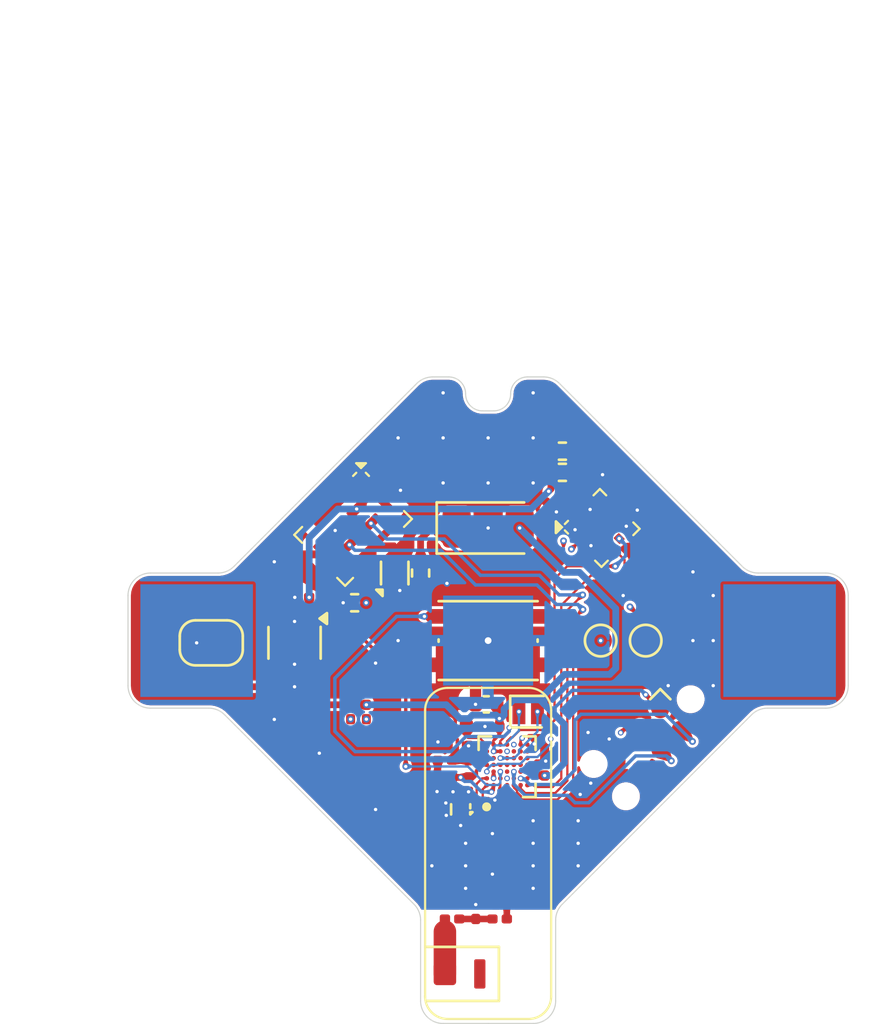
<source format=kicad_pcb>
(kicad_pcb (version 20241129) (generator "pcbnew") (generator_version "8.99")
  (layers (0 "F.Cu" signal) (4 "In1.Cu" signal) (6 "In2.Cu" signal) (2 "B.Cu" signal) (13 "F.Paste" user) (15 "B.Paste" user) (5 "F.SilkS" user "F.Silkscreen") (7 "B.SilkS" user "B.Silkscreen") (1 "F.Mask" user) (3 "B.Mask" user) (25 "Edge.Cuts" user))
  (net 0 "")
  (net 1 "GND")
  (net 2 "Net-(AE1-PCB_Trace)")
  (net 3 "Net-(U1-DECD)")
  (net 4 "Net-(U1-DECA)")
  (net 5 "Net-(C6-Pad1)")
  (net 6 "Net-(C9-Pad1)")
  (net 7 "Net-(U1-DCC)")
  (net 8 "Net-(U1-ANT)")
  (net 14 "/INT1")
  (net 15 "Net-(BT1-+)")
  (net 23 "Net-(U1-XC1)")
  (net 24 "Net-(U1-XC2)")
  (net 25 "/INT2")
  (net 26 "Net-(L18-Pad1)")
  (net 33 "/VDD_LS")
  (net 34 "VDD")
  (net 35 "Net-(J1-SWDIO)")
  (net 36 "Net-(J1-SWCLK)")
  (net 37 "Net-(J1-~{RESET})")
  (net 38 "Net-(U1-P1.00)")
  (net 39 "Net-(D1-K)")
  (net 40 "/SDA")
  (net 41 "/SCL")
  (net 42 "/UART_TX")
  (net 43 "/UART_RX")
  (net 44 "Net-(Q1-D)")
  (net 45 "/LED")
  (net 47 "/PDM_DATA")
  (net 48 "Net-(U3-V_{REG_OUT})")
  (net 49 "Net-(L4-Pad2)")
  (net 51 "/PDM_CLK")
  (net 52 "Net-(JP2-A)")
  (net 53 "/BUTTON0")
  (net 54 "/LSW")
  (net 56 "Net-(JP3-A)")
  (net 57 "/LFCLK1")
  (net 58 "unconnected-(U1-P1.03-PadD5)")
  (footprint "nordic-lib-kicad-nrf54:BGA-47_7x7_2.451x2.245mm" (layer "F.Cu") (at 190.843 60.602 90)
    (property "Reference" "U1" (hide yes))
    (property "Value" "nRF54L15-CAXX")
  )
  (footprint "Capacitor_SMD:C_0201_0603Metric" (layer "F.Cu") (at 190.51 67.36 180)
    (property "Reference" "L6" (hide yes))
    (property "Value" "4.7nH")
  )
  (footprint "Capacitor_SMD:C_0201_0603Metric" (layer "F.Cu") (at 188.43 61.3838 -90)
    (property "Reference" "C12" (hide yes))
    (property "Value" "10nF")
  )
  (footprint "Capacitor_SMD:C_0201_0603Metric" (layer "F.Cu") (at 188.4 67.36 180)
    (property "Reference" "L7" (hide yes))
    (property "Value" "10nH")
  )
  (footprint "Capacitor_SMD:C_0201_0603Metric" (layer "F.Cu") (at 193.26 49.06 -135)
    (property "Reference" "C16" (hide yes))
    (property "Value" "100nF")
  )
  (footprint "Resistor_SMD:R_0402_1005Metric" (layer "F.Cu") (at 193.3 47.53 180)
    (property "Reference" "JP2" (hide yes))
    (property "Value" "Jumper_2_Small_Bridged")
  )
  (footprint "Inductor_SMD:L_0201_0603Metric" (layer "F.Cu") (at 190.83 66.27 -90)
    (property "Reference" "L4" (hide yes))
    (property "Value" "2nH")
  )
  (footprint "Inductor_SMD:L_0402_1005Metric" (layer "F.Cu") (at 188.55 58.8238)
    (property "Reference" "L1" (hide yes))
    (property "Value" "4.7uH")
  )
  (footprint "TestPoint:TestPoint_Pad_D1.0mm" (layer "F.Cu") (at 197 55)
    (property "Reference" "TP2" (hide yes))
    (property "Value" "TestPoint")
  )
  (footprint "Capacitor_SMD:C_0201_0603Metric" (layer "F.Cu") (at 189.13 59.9938 90)
    (property "Reference" "C1" (hide yes))
    (property "Value" "2.2uF")
  )
  (footprint "hlord2000-Oscillator:Oscillator_SMD_SiTime_SiT11100-4Pin_0.46x0.46mm" (layer "F.Cu") (at 188.78 62.4938 90)
    (property "Reference" "Y2" (hide yes))
    (property "Value" "SiT11100")
  )
  (footprint "Capacitor_SMD:C_0402_1005Metric" (layer "F.Cu") (at 189.92 57.83 180)
    (property "Reference" "C10" (hide yes))
    (property "Value" "10uF")
  )
  (footprint "Resistor_SMD:R_0402_1005Metric" (layer "F.Cu") (at 193.3 46.59 180)
    (property "Reference" "JP3" (hide yes))
    (property "Value" "Jumper_2_Small_Bridged")
  )
  (footprint "Capacitor_SMD:C_0201_0603Metric" (layer "F.Cu") (at 196.4 48.98 -45)
    (property "Reference" "C15" (hide yes))
    (property "Value" "0.22uF")
  )
  (footprint "Capacitor_SMD:C_0201_0603Metric" (layer "F.Cu") (at 190.18 58.8138 180)
    (property "Reference" "C11" (hide yes))
    (property "Value" "100nF")
  )
  (footprint "Resistor_SMD:R_0201_0603Metric" (layer "F.Cu") (at 184.59 58.17 -90)
    (property "Reference" "R3" (hide yes))
    (property "Value" "10kR")
  )
  (footprint "hlord2000-RF_Antenna:Ignion_NN02-101" (layer "F.Cu") (at 188.78 69.8 180)
    (property "Reference" "AE1" (hide yes))
    (property "Value" "Antenna_Chip")
  )
  (footprint "Capacitor_SMD:C_0201_0603Metric" (layer "F.Cu") (at 181.73 53.08 180)
    (property "Reference" "C4" (hide yes))
    (property "Value" "100nF")
  )
  (footprint "TestPoint:TestPoint_Pad_D1.0mm" (layer "F.Cu") (at 195 55)
    (property "Reference" "TP1" (hide yes))
    (property "Value" "TestPoint")
  )
  (footprint "hlord2000-Crystal:Crystal_SMD_1210-2Pin_1.2x1.0mm" (layer "F.Cu") (at 191.78 58.15448)
    (property "Reference" "Y1" (hide yes))
    (property "Value" "32.768kHz")
  )
  (footprint "Capacitor_SMD:C_0201_0603Metric" (layer "F.Cu") (at 181.08 57.05)
    (property "Reference" "C3" (hide yes))
    (property "Value" "100nF")
  )
  (footprint "Resistor_SMD:R_0402_1005Metric" (layer "F.Cu") (at 184.07 53.32 180)
    (property "Reference" "R4" (hide yes))
    (property "Value" "1MR")
  )
  (footprint "Capacitor_SMD:C_0201_0603Metric" (layer "F.Cu") (at 187.73 61.3838 -90)
    (property "Reference" "C2" (hide yes))
    (property "Value" "2.2uF")
  )
  (footprint "LED_SMD:LED_1206_3216Metric" (layer "F.Cu") (at 190 50)
    (property "Reference" "D1" (hide yes))
    (property "Value" "APT3216LVBC/D")
  )
  (footprint "Capacitor_SMD:C_0201_0603Metric" (layer "F.Cu") (at 188.08 60.3138)
    (property "Reference" "FB1" (hide yes))
    (property "Value" "100R")
  )
  (footprint "hlord2000-Sensor_Motion:Analog_LGA-12_2.20x2.30mm_P0.5mm" (layer "F.Cu") (at 195 50 45)
    (property "Reference" "U3" (hide yes))
    (property "Value" "ADXL366")
  )
  (footprint "Package_DFN_QFN:Diodes_DFN1006-3" (layer "F.Cu") (at 185.85 52 90)
    (property "Reference" "Q1" (hide yes))
    (property "Value" "Q_NMOS_GSD")
  )
  (footprint "Connector:Tag-Connect_TC2030-IDC-NL_2x03_P1.27mm_Vertical" (layer "F.Cu") (at 197.2 59.4 -135)
    (property "Reference" "J1" (hide yes))
    (property "Value" "Conn_ARM_SWD_TagConnect_TC2030-NL" (hide yes))
  )
  (footprint "Capacitor_SMD:C_0201_0603Metric" (layer "F.Cu") (at 195.36 47.93 135)
    (property "Reference" "C17" (hide yes))
    (property "Value" "100nF")
  )
  (footprint "Capacitor_SMD:C_0201_0603Metric" (layer "F.Cu") (at 192.510842 60.67 90)
    (property "Reference" "C8" (hide yes))
    (property "Value" "100nF")
  )
  (footprint "Inductor_SMD:L_0201_0603Metric" (layer "F.Cu") (at 190.83 62.67 -90)
    (property "Reference" "L2" (hide yes))
    (property "Value" "3.6nH")
  )
  (footprint "Capacitor_SMD:C_0201_0603Metric" (layer "F.Cu") (at 185.88 48.1 -45)
    (property "Reference" "C20" (hide yes))
    (property "Value" "2.2uF")
  )
  (footprint "Capacitor_SMD:C_0201_0603Metric" (layer "F.Cu") (at 189.45 67.04 90)
    (property "Reference" "L18" (hide yes))
    (property "Value" "4.7nH")
  )
  (footprint "Jumper:SolderJumper-2_P1.3mm_Bridged_RoundedPad1.0x1.5mm" (layer "F.Cu") (at 177.699999 55.1)
    (property "Reference" "JP1" (hide yes))
    (property "Value" "Jumper_2_Small_Bridged")
  )
  (footprint "Resistor_SMD:R_0201_0603Metric" (layer "F.Cu") (at 183.89 58.17 -90)
    (property "Reference" "R2" (hide yes))
    (property "Value" "10kR")
  )
  (footprint "Button_Switch_SMD:SW_Push_1P1T_NO_Vertical_Wuerth_434133025816" (layer "F.Cu") (at 190 55)
    (property "Reference" "SW1" (hide yes))
    (property "Value" "SW_Push")
  )
  (footprint "Capacitor_SMD:C_0201_0603Metric" (layer "F.Cu") (at 190.51 63.57 180)
    (property "Reference" "C6" (hide yes))
    (property "Value" "1.2pF")
  )
  (footprint "Capacitor_SMD:C_0201_0603Metric" (layer "F.Cu") (at 190.51 65.37 180)
    (property "Reference" "C9" (hide yes))
    (property "Value" "1.2pF")
  )
  (footprint "Inductor_SMD:L_0201_0603Metric" (layer "F.Cu") (at 190.83 64.47 -90)
    (property "Reference" "L3" (hide yes))
    (property "Value" "4.7nH")
  )
  (footprint "hlord2000-Sensor_Audio:ST_HCLGA-4_3x4mm_P1.35mm" (layer "F.Cu") (at 184 49.952144 -45)
    (property "Reference" "MK1" (hide yes))
    (property "Value" "MP34DT05-A")
  )
  (footprint "Resistor_SMD:R_0402_1005Metric" (layer "F.Cu") (at 187 52 -90)
    (property "Reference" "R1" (hide yes))
    (property "Value" "1kR")
  )
  (footprint "Capacitor_SMD:C_0201_0603Metric" (layer "F.Cu") (at 189.13 61.3938 -90)
    (property "Reference" "C5" (hide yes))
    (property "Value" "3.9pF")
  )
  (footprint "Package_TO_SOT_SMD:SOT-363_SC-70-6" (layer "F.Cu") (at 181.4 55.1 -90)
    (property "Reference" "U2" (hide yes))
    (property "Value" "SiP32432DR3")
  )
  (footprint "Battery:BatteryHolder_Multicomp_BC-2001_1x2032" (layer "B.Cu") (at 190 55 180)
    (property "Reference" "BT1" (hide yes))
    (property "Value" "CR2032")
  )
  (gr_line (start 187.2 58.1) (end 187.2 70.8) (stroke (width 0.1)) (layer "F.SilkS"))
  (gr_arc (start 188.2 71.8) (mid 187.492893 71.507107) (end 187.2 70.8) (stroke (width 0.1)) (layer "F.SilkS"))
  (gr_arc (start 192.8 70.8) (mid 192.507107 71.507107) (end 191.8 71.8) (stroke (width 0.1)) (layer "F.SilkS"))
  (gr_arc (start 191.8 57.1) (mid 192.507107 57.392893) (end 192.8 58.1) (stroke (width 0.1)) (layer "F.SilkS"))
  (gr_line (start 188.2 57.1) (end 191.8 57.1) (stroke (width 0.1)) (layer "F.SilkS"))
  (gr_line (start 192.8 70.8) (end 192.8 58.1) (stroke (width 0.1)) (layer "F.SilkS"))
  (gr_line (start 191.8 71.8) (end 188.2 71.8) (stroke (width 0.1)) (layer "F.SilkS"))
  (gr_arc (start 187.2 58.1) (mid 187.492893 57.392893) (end 188.2 57.1) (stroke (width 0.1)) (layer "F.SilkS"))
  (gr_line (start 175 52) (end 178 52) (stroke (width 0.05)) (layer "Edge.Cuts"))
  (gr_arc (start 188.25 43.292893) (mid 188.780333 43.512562) (end 189 44.042893) (stroke (width 0.05)) (layer "Edge.Cuts"))
  (gr_line (start 174 57) (end 174 53) (stroke (width 0.05)) (layer "Edge.Cuts"))
  (gr_arc (start 193 71) (mid 192.707107 71.707107) (end 192 72) (stroke (width 0.05)) (layer "Edge.Cuts"))
  (gr_arc (start 191 44.042893) (mid 191.21967 43.512563) (end 191.75 43.292893) (stroke (width 0.05)) (layer "Edge.Cuts"))
  (gr_arc (start 205 52) (mid 205.707107 52.292893) (end 206 53) (stroke (width 0.05)) (layer "Edge.Cuts"))
  (gr_arc (start 189.75 44.8) (mid 189.21967 44.58033) (end 189 44.05) (stroke (width 0.05)) (layer "Edge.Cuts"))
  (gr_arc (start 175 58) (mid 174.292893 57.707107) (end 174 57) (stroke (width 0.05)) (layer "Edge.Cuts"))
  (gr_line (start 177.585786 58) (end 175 58) (stroke (width 0.05)) (layer "Edge.Cuts"))
  (gr_arc (start 193 67.414214) (mid 193.07612 67.031531) (end 193.292893 66.707107) (stroke (width 0.05)) (layer "Edge.Cuts"))
  (gr_line (start 193.171572 43.585786) (end 201.292893 51.707107) (stroke (width 0.05)) (layer "Edge.Cuts"))
  (gr_arc (start 174 53) (mid 174.292893 52.292893) (end 175 52) (stroke (width 0.05)) (layer "Edge.Cuts"))
  (gr_line (start 186.707107 66.707107) (end 178.292893 58.292893) (stroke (width 0.05)) (layer "Edge.Cuts"))
  (gr_arc (start 192.464465 43.292893) (mid 192.847156 43.369002) (end 193.171572 43.585786) (stroke (width 0.05)) (layer "Edge.Cuts"))
  (gr_line (start 202.414214 58) (end 205 58) (stroke (width 0.05)) (layer "Edge.Cuts"))
  (gr_line (start 187.535535 43.292893) (end 188.25 43.292893) (stroke (width 0.05)) (layer "Edge.Cuts"))
  (gr_line (start 193 71) (end 193 67.414214) (stroke (width 0.05)) (layer "Edge.Cuts"))
  (gr_line (start 190 72) (end 188 72) (stroke (width 0.05)) (layer "Edge.Cuts"))
  (gr_arc (start 206 57) (mid 205.707107 57.707107) (end 205 58) (stroke (width 0.05)) (layer "Edge.Cuts"))
  (gr_arc (start 202 52) (mid 201.617315 51.923884) (end 201.292893 51.707107) (stroke (width 0.05)) (layer "Edge.Cuts"))
  (gr_line (start 193.292893 66.707107) (end 201.707107 58.292893) (stroke (width 0.05)) (layer "Edge.Cuts"))
  (gr_line (start 206 57) (end 206 53) (stroke (width 0.05)) (layer "Edge.Cuts"))
  (gr_line (start 191 44.042893) (end 191 44.05) (stroke (width 0.05)) (layer "Edge.Cuts"))
  (gr_line (start 191.75 43.292893) (end 192.464465 43.292893) (stroke (width 0.05)) (layer "Edge.Cuts"))
  (gr_line (start 190 72) (end 192 72) (stroke (width 0.05)) (layer "Edge.Cuts"))
  (gr_arc (start 188 72) (mid 187.292893 71.707107) (end 187 71) (stroke (width 0.05)) (layer "Edge.Cuts"))
  (gr_line (start 186.828428 43.585786) (end 178.707107 51.707107) (stroke (width 0.05)) (layer "Edge.Cuts"))
  (gr_arc (start 186.707107 66.707107) (mid 186.923875 67.031531) (end 187 67.414214) (stroke (width 0.05)) (layer "Edge.Cuts"))
  (gr_arc (start 201.707107 58.292893) (mid 202.031531 58.076125) (end 202.414214 58) (stroke (width 0.05)) (layer "Edge.Cuts"))
  (gr_arc (start 191 44.05) (mid 190.78033 44.58033) (end 190.25 44.8) (stroke (width 0.05)) (layer "Edge.Cuts"))
  (gr_line (start 187 71) (end 187 67.414214) (stroke (width 0.05)) (layer "Edge.Cuts"))
  (gr_arc (start 177.585786 58) (mid 177.968469 58.07612) (end 178.292893 58.292893) (stroke (width 0.05)) (layer "Edge.Cuts"))
  (gr_line (start 205 52) (end 202 52) (stroke (width 0.05)) (layer "Edge.Cuts"))
  (gr_line (start 190.25 44.8) (end 189.75 44.8) (stroke (width 0.05)) (layer "Edge.Cuts"))
  (gr_line (start 189 44.042893) (end 189 44.05) (stroke (width 0.05)) (layer "Edge.Cuts"))
  (gr_arc (start 186.828428 43.585786) (mid 187.152854 43.369026) (end 187.535535 43.292893) (stroke (width 0.05)) (layer "Edge.Cuts"))
  (gr_arc (start 178.707107 51.707107) (mid 178.382673 51.923855) (end 178 52) (stroke (width 0.05)) (layer "Edge.Cuts"))
  (segment (start 188.5138 62.76) (end 188.14 62.76) (width 0.1) (layer "F.Cu") (net 1))
  (segment (start 183.55 53.35) (end 183.55 53.33) (width 0.15) (layer "F.Cu") (net 1))
  (segment (start 190.19 62.34) (end 190.19 63.57) (width 0.15) (layer "F.Cu") (net 1))
  (segment (start 192.02 60.47) (end 192.14 60.35) (width 0.15) (layer "F.Cu") (net 1))
  (segment (start 188.655 62.6188) (end 188.5138 62.76) (width 0.1) (layer "F.Cu") (net 1))
  (segment (start 190.509516 61.590484) (end 190.48 61.62) (width 0.1) (layer "F.Cu") (net 1))
  (segment (start 181.4 56.05) (end 181.4 57.05) (width 0.3) (layer "F.Cu") (net 1))
  (segment (start 183.55 53.33) (end 183.56 53.32) (width 0.15) (layer "F.Cu") (net 1))
  (segment (start 190.543 61.1182) (end 190.543 61.486033) (width 0.1) (layer "F.Cu") (net 1))
  (segment (start 190.48 61.9) (end 190.48 61.8) (width 0.1) (layer "F.Cu") (net 1))
  (segment (start 190.509516 61.519516) (end 190.509516 61.590484) (width 0.1) (layer "F.Cu") (net 1))
  (segment (start 188.4962 62.21) (end 188.12 62.21) (width 0.1) (layer "F.Cu") (net 1))
  (segment (start 190.3 62.23) (end 190.19 62.34) (width 0.15) (layer "F.Cu") (net 1))
  (segment (start 188.43 61.7038) (end 188.44 61.7138) (width 0.3) (layer "F.Cu") (net 1))
  (segment (start 186.106274 48.326274) (end 185.892548 48.54) (width 0.1) (layer "F.Cu") (net 1))
  (segment (start 195.852962 59.842962) (end 195.38 59.37) (width 0.15) (layer "F.Cu") (net 1))
  (segment (start 188.655 62.3688) (end 188.4962 62.21) (width 0.1) (layer "F.Cu") (net 1))
  (segment (start 195.852962 59.849013) (end 195.852962 59.842962) (width 0.15) (layer "F.Cu") (net 1))
  (segment (start 189.13 61.7138) (end 188.44 61.7138) (width 0.3) (layer "F.Cu") (net 1))
  (segment (start 189.4238 59.6738) (end 189.6682 59.9182) (width 0.1) (layer "F.Cu") (net 1))
  (segment (start 181.41 53.08) (end 181.41 54.14) (width 0.3) (layer "F.Cu") (net 1))
  (segment (start 191.73 60.53) (end 191.96 60.53) (width 0.1) (layer "F.Cu") (net 1))
  (segment (start 181.41 54.14) (end 181.4 54.15) (width 0.3) (layer "F.Cu") (net 1))
  (segment (start 190.3 62.08) (end 190.3 62.23) (width 0.15) (layer "F.Cu") (net 1))
  (segment (start 187.74 61.7138) (end 187.73 61.7038) (width 0.3) (layer "F.Cu") (net 1))
  (segment (start 191.96 60.53) (end 192.02 60.47) (width 0.1) (layer "F.Cu") (net 1))
  (segment (start 186.075 52.775) (end 186.075 52.35) (width 0.15) (layer "F.Cu") (net 1))
  (segment (start 189.6682 59.9182) (end 189.943 59.9182) (width 0.1) (layer "F.Cu") (net 1))
  (segment (start 188.44 61.7138) (end 187.74 61.7138) (width 0.3) (layer "F.Cu") (net 1))
  (segment (start 190.543 61.486033) (end 190.509516 61.519516) (width 0.1) (layer "F.Cu") (net 1))
  (segment (start 190.48 61.8) (end 190.48 61.62) (width 0.1) (layer "F.Cu") (net 1))
  (segment (start 190.3 62.08) (end 190.48 61.9) (width 0.1) (layer "F.Cu") (net 1))
  (segment (start 190.48 61.549033) (end 190.48 61.8) (width 0.075) (layer "F.Cu") (net 1))
  (segment (start 189.13 59.6738) (end 189.4238 59.6738) (width 0.1) (layer "F.Cu") (net 1))
  (segment (start 185.219759 48.732385) (end 185.412144 48.54) (width 0.1) (layer "F.Cu") (net 1))
  (segment (start 185.892548 48.54) (end 185.412144 48.54) (width 0.1) (layer "F.Cu") (net 1))
  (segment (start 192.14 60.35) (end 192.510842 60.35) (width 0.15) (layer "F.Cu") (net 1))
  (via (at 189 65) (size 0.3) (drill 0.15) (layers "F.Cu" "B.Cu") (net 1))
  (via (at 189.45 66.72) (size 0.3) (drill 0.15) (layers "F.Cu" "B.Cu") (net 1))
  (via (at 189.44 57.83) (size 0.3) (drill 0.15) (layers "F.Cu" "B.Cu") (net 1))
  (via (at 181.4 54.15) (size 0.3) (drill 0.15) (layers "F.Cu" "B.Cu") (net 1))
  (via (at 180.5 58.5) (size 0.3) (drill 0.15) (layers "F.Cu" "B.Cu") (net 1))
  (via (at 187.5 65) (size 0.3) (drill 0.15) (layers "F.Cu" "B.Cu") (net 1))
  (via (at 192 46) (size 0.3) (drill 0.15) (layers "F.Cu" "B.Cu") (net 1))
  (via (at 182.5 60) (size 0.3) (drill 0.15) (layers "F.Cu" "B.Cu") (net 1))
  (via (at 193.861558 50.077782) (size 0.3) (drill 0.15) (layers "F.Cu" "B.Cu") (net 1))
  (via (at 194 65) (size 0.3) (drill 0.15) (layers "F.Cu" "B.Cu") (net 1))
  (via (at 188 44) (size 0.3) (drill 0.15) (layers "F.Cu" "B.Cu") (net 1))
  (via (at 194.09 61.83) (size 0.25) (drill 0.15) (layers "F.Cu" "B.Cu") (net 1))
  (via (at 188 46) (size 0.3) (drill 0.15) (layers "F.Cu" "B.Cu") (net 1))
  (via (at 200 57) (size 0.3) (drill 0.15) (layers "F.Cu" "B.Cu") (net 1))
  (via (at 194.56 61.33) (size 0.25) (drill 0.15) (layers "F.Cu" "B.Cu") (net 1))
  (via (at 186.106274 48.326274) (size 0.25) (drill 0.15) (layers "F.Cu" "B.Cu") (net 1))
  (via (at 199.1 51.95) (size 0.3) (drill 0.15) (layers "F.Cu" "B.Cu") (net 1))
  (via (at 190 46) (size 0.3) (drill 0.15) (layers "F.Cu" "B.Cu") (net 1))
  (via (at 183.204505 50.111243) (size 0.25) (drill 0.15) (layers "F.Cu" "B.Cu") (net 1))
  (via (at 181.4 57.05) (size 0.3) (drill 0.15) (layers "F.Cu" "B.Cu") (net 1))
  (via (at 188.17 52.46) (size 0.3) (drill 0.15) (layers "F.Cu" "B.Cu") (net 1))
  (via (at 192 44) (size 0.3) (drill 0.15) (layers "F.Cu" "B.Cu") (net 1))
  (via (at 193.033726 49.286274) (size 0.3) (drill 0.15) (layers "F.Cu" "B.Cu") (net 1))
  (via (at 186 46) (size 0.3) (drill 0.15) (layers "F.Cu" "B.Cu") (net 1))
  (via (at 188 48) (size 0.3) (drill 0.15) (layers "F.Cu" "B.Cu") (net 1))
  (via (at 189.13 59.6738) (size 0.25) (drill 0.15) (layers "F.Cu" "B.Cu") (net 1))
  (via (at 196.138442 49.922218) (size 0.3) (drill 0.15) (layers "F.Cu" "B.Cu") (net 1))
  (via (at 188.44 61.7138) (size 0.25) (drill 0.15) (layers "F.Cu" "B.Cu") (net 1))
  (via (at 188.14 62.76) (size 0.25) (drill 0.15) (layers "F.Cu" "B.Cu") (net 1))
  (via (at 200 53) (size 0.3) (drill 0.15) (layers "F.Cu" "B.Cu") (net 1))
  (via (at 185 56) (size 0.3) (drill 0.15) (layers "F.Cu" "B.Cu") (net 1))
  (via (at 198 57) (size 0.3) (drill 0.15) (layers "F.Cu" "B.Cu") (net 1))
  (via (at 189.13 61.7138) (size 0.25) (drill 0.15) (layers "F.Cu" "B.Cu") (net 1))
  (via (at 194.44 59.08) (size 0.25) (drill 0.15) (layers "F.Cu" "B.Cu") (net 1))
  (via (at 187.77 59.5) (size 0.25) (drill 0.15) (layers "F.Cu" "B.Cu") (net 1))
  (via (at 192 63) (size 0.3) (drill 0.15) (layers "F.Cu" "B.Cu") (net 1))
  (via (at 181.4 56.05) (size 0.3) (drill 0.15) (layers "F.Cu" "B.Cu") (net 1))
  (via (at 185 62.5) (size 0.3) (drill 0.15) (layers "F.Cu" "B.Cu") (net 1))
  (via (at 188.12 62.21) (size 0.25) (drill 0.15) (layers "F.Cu" "B.Cu") (net 1))
  (via (at 192 65) (size 0.3) (drill 0.15) (layers "F.Cu" "B.Cu") (net 1))
  (via (at 188.78 63.21) (size 0.3) (drill 0.15) (layers "F.Cu" "B.Cu") (net 1))
  (via (at 195.38 59.37) (size 0.25) (drill 0.15) (layers "F.Cu" "B.Cu") (net 1))
  (via (at 180.5 51.5) (size 0.3) (drill 0.15) (layers "F.Cu" "B.Cu") (net 1))
  (via (at 194 64) (size 0.3) (drill 0.15) (layers "F.Cu" "B.Cu") (net 1))
  (via (at 190.3 62.08) (size 0.25) (drill 0.15) (layers "F.Cu" "B.Cu") (net 1))
  (via (at 190.19 65.37) (size 0.3) (drill 0.15) (layers "F.Cu" "B.Cu") (net 1))
  (via (at 196.626274 49.206274) (size 0.3) (drill 0.15) (layers "F.Cu" "B.Cu") (net 1))
  (via (at 183.56 53.32) (size 0.3) (drill 0.15) (layers "F.Cu" "B.Cu") (net 1))
  (via (at 192 66) (size 0.3) (drill 0.15) (layers "F.Cu" "B.Cu") (net 1))
  (via (at 200 55) (size 0.3) (drill 0.15) (layers "F.Cu" "B.Cu") (net 1))
  (via (at 189.86 58.8138) (size 0.25) (drill 0.15) (layers "F.Cu" "B.Cu") (net 1))
  (via (at 190 55) (size 0.6) (drill 0.3) (layers "F.Cu" "B.Cu") (net 1))
  (via (at 192.557697 60.35) (size 0.25) (drill 0.15) (layers "F.Cu" "B.Cu") (net 1))
  (via (at 192.05 59.59) (size 0.25) (drill 0.15) (layers "F.Cu" "B.Cu") (net 1))
  (via (at 190 48) (size 0.3) (drill 0.15) (layers "F.Cu" "B.Cu") (net 1))
  (via (at 186 55) (size 0.3) (drill 0.15) (layers "F.Cu" "B.Cu") (net 1))
  (via (at 194.568665 50.784889) (size 0.3) (drill 0.15) (layers "F.Cu" "B.Cu") (net 1))
  (via (at 189 64) (size 0.3) (drill 0.15) (layers "F.Cu" "B.Cu") (net 1))
  (via (at 192 64) (size 0.3) (drill 0.15) (layers "F.Cu" "B.Cu") (net 1))
  (via (at 186.075 52.775) (size 0.3) (drill 0.15) (layers "F.Cu" "B.Cu") (net 1))
  (via (at 196 53) (size 0.3) (drill 0.15) (layers "F.Cu" "B.Cu") (net 1))
  (via (at 189 66) (size 0.3) (drill 0.15) (layers "F.Cu" "B.Cu") (net 1))
  (via (at 181.41 53.08) (size 0.3) (drill 0.15) (layers "F.Cu" "B.Cu") (net 1))
  (via (at 192 48) (size 0.3) (drill 0.15) (layers "F.Cu" "B.Cu") (net 1))
  (via (at 194.530198 49.176645) (size 0.3) (drill 0.15) (layers "F.Cu" "B.Cu") (net 1))
  (via (at 194 63) (size 0.3) (drill 0.15) (layers "F.Cu" "B.Cu") (net 1))
  (via (at 195.083726 47.633726) (size 0.3) (drill 0.15) (layers "F.Cu" "B.Cu") (net 1))
  (via (at 187.73 61.7038) (size 0.25) (drill 0.15) (layers "F.Cu" "B.Cu") (net 1))
  (via (at 190.19 63.57) (size 0.3) (drill 0.15) (layers "F.Cu" "B.Cu") (net 1))
  (via (at 190 50) (size 0.3) (drill 0.15) (layers "F.Cu" "B.Cu") (net 1))
  (via (at 199.1 55) (size 0.3) (drill 0.15) (layers "F.Cu" "B.Cu") (net 1))
  (segment (start 188.08 69.8) (end 188.08 67.92) (width 1) (layer "F.Cu") (net 2))
  (segment (start 188.63 59.84) (end 188.63 59.39) (width 0.15) (layer "F.Cu") (net 3))
  (segment (start 188.16 59.27) (end 188.065 59.175) (width 0.15) (layer "F.Cu") (net 3))
  (segment (start 188.065 59.175) (end 188.065 58.8238) (width 0.15) (layer "F.Cu") (net 3))
  (segment (start 188.4 60.3138) (end 188.4 60.07) (width 0.15) (layer "F.Cu") (net 3))
  (segment (start 189.4662 60.3138) (end 189.51 60.27) (width 0.15) (layer "F.Cu") (net 3))
  (segment (start 188.4 60.07) (end 188.63 59.84) (width 0.15) (layer "F.Cu") (net 3))
  (segment (start 189.13 60.3138) (end 189.4662 60.3138) (width 0.15) (layer "F.Cu") (net 3))
  (segment (start 188.63 59.39) (end 188.51 59.27) (width 0.15) (layer "F.Cu") (net 3))
  (segment (start 188.51 59.27) (end 188.16 59.27) (width 0.15) (layer "F.Cu") (net 3))
  (segment (start 189.55 60.23) (end 189.93 60.23) (width 0.1) (layer "F.Cu") (net 3))
  (segment (start 189.51 60.27) (end 189.55 60.23) (width 0.1) (layer "F.Cu") (net 3))
  (segment (start 188.4 60.3138) (end 189.13 60.3138) (width 0.3) (layer "F.Cu") (net 3))
  (segment (start 189.13 61.0738) (end 189.3762 61.0738) (width 0.15) (layer "F.Cu") (net 4))
  (segment (start 189.48 60.78) (end 189.7418 60.5182) (width 0.15) (layer "F.Cu") (net 4))
  (segment (start 189.7418 60.5182) (end 189.943 60.5182) (width 0.15) (layer "F.Cu") (net 4))
  (segment (start 190.23 61.64) (end 190.15 61.72) (width 0.15) (layer "F.Cu") (net 4))
  (segment (start 187.76 61.0338) (end 187.73 61.0638) (width 0.3) (layer "F.Cu") (net 4))
  (segment (start 187.76 60.3138) (end 187.76 61.0338) (width 0.3) (layer "F.Cu") (net 4))
  (segment (start 190.23 61.43) (end 190.23 61.64) (width 0.15) (layer "F.Cu") (net 4))
  (segment (start 189.48 60.97) (end 189.48 60.78) (width 0.15) (layer "F.Cu") (net 4))
  (segment (start 189.3762 61.0738) (end 189.48 60.97) (width 0.15) (layer "F.Cu") (net 4))
  (segment (start 188.78 61.0738) (end 187.74 61.0738) (width 0.3) (layer "F.Cu") (net 4))
  (segment (start 187.74 61.0738) (end 187.73 61.0638) (width 0.3) (layer "F.Cu") (net 4))
  (segment (start 189.13 61.0738) (end 188.78 61.0738) (width 0.3) (layer "F.Cu") (net 4))
  (via (at 190.15 61.72) (size 0.25) (drill 0.15) (layers "F.Cu" "B.Cu") (net 4))
  (via (at 188.78 61.0738) (size 0.25) (drill 0.15) (layers "F.Cu" "B.Cu") (net 4))
  (segment (start 188.9562 61.25) (end 188.78 61.0738) (width 0.15) (layer "B.Cu") (net 4))
  (segment (start 190.15 61.72) (end 189.71 61.72) (width 0.15) (layer "B.Cu") (net 4))
  (segment (start 189.24 61.25) (end 188.9562 61.25) (width 0.15) (layer "B.Cu") (net 4))
  (segment (start 189.71 61.72) (end 189.24 61.25) (width 0.15) (layer "B.Cu") (net 4))
  (segment (start 190.83 62.99) (end 190.83 64.15) (width 0.292621) (layer "F.Cu") (net 5))
  (segment (start 190.83 64.79) (end 190.83 65.95) (width 0.292621) (layer "F.Cu") (net 6))
  (segment (start 189.12 59.3) (end 189.035 59.215) (width 0.15) (layer "F.Cu") (net 7))
  (segment (start 189.93 59.63) (end 189.6 59.3) (width 0.1) (layer "F.Cu") (net 7))
  (segment (start 189.6 59.3) (end 189.57 59.3) (width 0.1) (layer "F.Cu") (net 7))
  (segment (start 189.57 59.3) (end 189.12 59.3) (width 0.15) (layer "F.Cu") (net 7))
  (segment (start 189.035 59.215) (end 189.035 58.8238) (width 0.15) (layer "F.Cu") (net 7))
  (segment (start 190.83 61.433) (end 190.843 61.433) (width 0.1) (layer "F.Cu") (net 8))
  (segment (start 190.83 61.64) (end 190.831636 61.638364) (width 0.292621) (layer "F.Cu") (net 8))
  (segment (start 190.83 62.35) (end 190.83 61.64) (width 0.292621) (layer "F.Cu") (net 8))
  (segment (start 190.83 61.64) (end 190.83 61.433) (width 0.1) (layer "F.Cu") (net 8))
  (segment (start 194.57 52.11) (end 195.92 52.11) (width 0.1) (layer "F.Cu") (net 14))
  (segment (start 196.06 51.413553) (end 195.469802 50.823355) (width 0.1) (layer "F.Cu") (net 14))
  (segment (start 191.743 61.4182) (end 192.0182 61.4182) (width 0.1) (layer "F.Cu") (net 14))
  (segment (start 195.92 52.11) (end 196.06 51.97) (width 0.1) (layer "F.Cu") (net 14))
  (segment (start 192.0182 61.4182) (end 192.1 61.5) (width 0.1) (layer "F.Cu") (net 14))
  (segment (start 193.25 61.12) (end 193.25 53.43) (width 0.1) (layer "F.Cu") (net 14))
  (segment (start 192.87 61.5) (end 193.25 61.12) (width 0.1) (layer "F.Cu") (net 14))
  (segment (start 196.06 51.97) (end 196.06 51.413553) (width 0.1) (layer "F.Cu") (net 14))
  (segment (start 193.25 53.43) (end 194.57 52.11) (width 0.1) (layer "F.Cu") (net 14))
  (segment (start 192.1 61.5) (end 192.87 61.5) (width 0.1) (layer "F.Cu") (net 14))
  (via (at 177.05 55.1) (size 0.3) (drill 0.15) (layers "F.Cu" "B.Cu") (net 15))
  (segment (start 188.905 62.6188) (end 188.9088 62.6188) (width 0.1) (layer "F.Cu") (net 23))
  (segment (start 189.76 61.6012) (end 189.943 61.4182) (width 0.1) (layer "F.Cu") (net 23))
  (segment (start 188.9088 62.6188) (end 189.1 62.81) (width 0.1) (layer "F.Cu") (net 23))
  (segment (start 189.1 62.81) (end 189.4 62.81) (width 0.1) (layer "F.Cu") (net 23))
  (segment (start 189.76 62.45) (end 189.76 61.6012) (width 0.1) (layer "F.Cu") (net 23))
  (segment (start 189.4 62.81) (end 189.76 62.45) (width 0.1) (layer "F.Cu") (net 23))
  (segment (start 189.31 62.15) (end 189.1238 62.15) (width 0.1) (layer "F.Cu") (net 24))
  (segment (start 189.49 61.97) (end 189.31 62.15) (width 0.1) (layer "F.Cu") (net 24))
  (segment (start 189.943 61.1182) (end 189.7318 61.1182) (width 0.1) (layer "F.Cu") (net 24))
  (segment (start 189.1238 62.15) (end 188.905 62.3688) (width 0.1) (layer "F.Cu") (net 24))
  (segment (start 189.49 61.36) (end 189.49 61.97) (width 0.1) (layer "F.Cu") (net 24))
  (segment (start 189.7318 61.1182) (end 189.49 61.36) (width 0.1) (layer "F.Cu") (net 24))
  (segment (start 191.41 58.97) (end 192.52 58.97) (width 0.1) (layer "F.Cu") (net 25))
  (segment (start 192.95 58.54) (end 192.95 52.26) (width 0.1) (layer "F.Cu") (net 25))
  (segment (start 192.52 58.97) (end 192.95 58.54) (width 0.1) (layer "F.Cu") (net 25))
  (segment (start 190.843 59.467) (end 191.00939 59.30061) (width 0.1) (layer "F.Cu") (net 25))
  (segment (start 193.51 51.7) (end 195.65 51.7) (width 0.1) (layer "F.Cu") (net 25))
  (segment (start 190.843 59.6182) (end 190.843 59.467) (width 0.1) (layer "F.Cu") (net 25))
  (segment (start 191.00939 59.30061) (end 191.07939 59.30061) (width 0.1) (layer "F.Cu") (net 25))
  (segment (start 191.07939 59.30061) (end 191.41 58.97) (width 0.1) (layer "F.Cu") (net 25))
  (segment (start 192.95 52.26) (end 193.51 51.7) (width 0.1) (layer "F.Cu") (net 25))
  (via (at 195.65 51.7) (size 0.3) (drill 0.15) (layers "F.Cu" "B.Cu") (net 25))
  (via (at 195.823355 50.469802) (size 0.3) (drill 0.15) (layers "F.Cu" "B.Cu") (net 25))
  (segment (start 196.11 51.24) (end 195.65 51.7) (width 0.15) (layer "B.Cu") (net 25))
  (segment (start 196.11 50.92) (end 196.11 51.24) (width 0.15) (layer "B.Cu") (net 25))
  (segment (start 195.823355 50.469802) (end 196.11 50.756447) (width 0.15) (layer "B.Cu") (net 25))
  (segment (start 196.11 50.756447) (end 196.11 50.92) (width 0.15) (layer "B.Cu") (net 25))
  (segment (start 190.19 67.36) (end 188.72 67.36) (width 0.292621) (layer "F.Cu") (net 26))
  (segment (start 184.56 48.755748) (end 184.159099 49.156649) (width 0.3) (layer "F.Cu") (net 33))
  (segment (start 184.41 48) (end 184.41 48.454088) (width 0.3) (layer "F.Cu") (net 33))
  (segment (start 184.56 48.604088) (end 184.56 48.755748) (width 0.3) (layer "F.Cu") (net 33))
  (segment (start 184.82 47.59) (end 184.41 48) (width 0.3) (layer "F.Cu") (net 33))
  (segment (start 185.37 47.59) (end 184.82 47.59) (width 0.3) (layer "F.Cu") (net 33))
  (segment (start 192.79 46.59) (end 192.79 48.27) (width 0.3) (layer "F.Cu") (net 33))
  (segment (start 182.05 53.08) (end 182.05 54.15) (width 0.3) (layer "F.Cu") (net 33))
  (segment (start 192.79 48.27) (end 192.69 48.37) (width 0.3) (layer "F.Cu") (net 33))
  (segment (start 185.653726 47.873726) (end 185.37 47.59) (width 0.3) (layer "F.Cu") (net 33))
  (segment (start 184.41 48.454088) (end 184.56 48.604088) (width 0.3) (layer "F.Cu") (net 33))
  (via (at 182.05 53.08) (size 0.3) (drill 0.15) (layers "F.Cu" "B.Cu") (net 33))
  (via (at 192.69 48.37) (size 0.3) (drill 0.15) (layers "F.Cu" "B.Cu") (net 33))
  (via (at 184.159099 49.156649) (size 0.3) (drill 0.15) (layers "F.Cu" "B.Cu") (net 33))
  (segment (start 182.05 53.08) (end 182.05 50.43) (width 0.3) (layer "B.Cu") (net 33))
  (segment (start 192.69 48.37) (end 191.903351 49.156649) (width 0.3) (layer "B.Cu") (net 33))
  (segment (start 191.903351 49.156649) (end 184.159099 49.156649) (width 0.3) (layer "B.Cu") (net 33))
  (segment (start 183.323351 49.156649) (end 184.159099 49.156649) (width 0.3) (layer "B.Cu") (net 33))
  (segment (start 182.05 50.43) (end 183.323351 49.156649) (width 0.3) (layer "B.Cu") (net 33))
  (segment (start 178.349998 56.519998) (end 178.349998 55.1) (width 0.3) (layer "F.Cu") (net 34))
  (segment (start 180.76 56.06) (end 180.75 56.05) (width 0.3) (layer "F.Cu") (net 34))
  (segment (start 181.17 57.85) (end 184.59 57.85) (width 0.3) (layer "F.Cu") (net 34))
  (segment (start 190.23 59.44) (end 190.28 59.39) (width 0.1) (layer "F.Cu") (net 34))
  (segment (start 190.23 59.63) (end 190.23 59.44) (width 0.1) (layer "F.Cu") (net 34))
  (segment (start 180.76 57.44) (end 181.17 57.85) (width 0.3) (layer "F.Cu") (net 34))
  (segment (start 197.649013 58.052962) (end 197.649013 58.049013) (width 0.15) (layer "F.Cu") (net 34))
  (segment (start 180.76 57.05) (end 180.76 57.44) (width 0.3) (layer "F.Cu") (net 34))
  (segment (start 190.5 58.33) (end 190.4 58.23) (width 0.3) (layer "F.Cu") (net 34))
  (segment (start 190.28 59.39) (end 190.5 59.17) (width 0.15) (layer "F.Cu") (net 34))
  (segment (start 191.92 60.83) (end 191.97 60.88) (width 0.1) (layer "F.Cu") (net 34))
  (segment (start 190.4 58.23) (end 190.4 57.83) (width 0.3) (layer "F.Cu") (net 34))
  (segment (start 180.76 57.05) (end 180.76 56.06) (width 0.3) (layer "F.Cu") (net 34))
  (segment (start 190.5 58.46) (end 190.5 58.33) (width 0.3) (layer "F.Cu") (net 34))
  (segment (start 191.73 60.83) (end 191.92 60.83) (width 0.1) (layer "F.Cu") (net 34))
  (segment (start 190.5 59.17) (end 190.5 58.8138) (width 0.15) (layer "F.Cu") (net 34))
  (segment (start 191.97 60.88) (end 192.08 60.99) (width 0.15) (layer "F.Cu") (net 34))
  (segment (start 180.76 57.05) (end 178.88 57.05) (width 0.3) (layer "F.Cu") (net 34))
  (segment (start 190.5 58.46) (end 190.5 58.8138) (width 0.3) (layer "F.Cu") (net 34))
  (segment (start 178.88 57.05) (end 178.349998 56.519998) (width 0.3) (layer "F.Cu") (net 34))
  (segment (start 192.08 60.99) (end 192.510842 60.99) (width 0.15) (layer "F.Cu") (net 34))
  (segment (start 197.649013 58.049013) (end 197 57.4) (width 0.15) (layer "F.Cu") (net 34))
  (via (at 190.5 58.46) (size 0.3) (drill 0.15) (layers "F.Cu" "B.Cu") (net 34))
  (via (at 197 57.4) (size 0.25) (drill 0.15) (layers "F.Cu" "B.Cu") (net 34))
  (via (at 184.59 57.85) (size 0.3) (drill 0.15) (layers "F.Cu" "B.Cu") (net 34))
  (via (at 192.510842 60.99) (size 0.3) (drill 0.15) (layers "F.Cu" "B.Cu") (net 34))
  (via (at 191.4 50) (size 0.3) (drill 0.15) (layers "F.Cu" "B.Cu") (net 34))
  (segment (start 197 57.4) (end 196.81 57.21) (width 0.15) (layer "B.Cu") (net 34))
  (segment (start 192.665 57.995) (end 192.805 58.135) (width 0.3) (layer "B.Cu") (net 34))
  (segment (start 194.06 51.97) (end 193.37 51.97) (width 0.3) (layer "B.Cu") (net 34))
  (segment (start 190.55 58.46) (end 190.71 58.3) (width 0.3) (layer "B.Cu") (net 34))
  (segment (start 188.14 57.85) (end 188.75 58.46) (width 0.3) (layer "B.Cu") (net 34))
  (segment (start 184.59 57.85) (end 188.14 57.85) (width 0.3) (layer "B.Cu") (net 34))
  (segment (start 192.27 57.63) (end 191.96 57.63) (width 0.3) (layer "B.Cu") (net 34))
  (segment (start 191.12 57.63) (end 191.96 57.63) (width 0.3) (layer "B.Cu") (net 34))
  (segment (start 192.975 57.965) (end 192.975 58.305) (width 0.15) (layer "B.Cu") (net 34))
  (segment (start 195.67 56.23) (end 195.67 53.58) (width 0.3) (layer "B.Cu") (net 34))
  (segment (start 193.37 51.97) (end 191.4 50) (width 0.3) (layer "B.Cu") (net 34))
  (segment (start 192.55 57.35) (end 192.495 57.405) (width 0.3) (layer "B.Cu") (net 34))
  (segment (start 193.39 60.43) (end 192.83 60.99) (width 0.3) (layer "B.Cu") (net 34))
  (segment (start 192.495 57.765) (end 192.465 57.795) (width 0.3) (layer "B.Cu") (net 34))
  (segment (start 192.275 57.625) (end 192.4 57.5) (width 0.3) (layer "B.Cu") (net 34))
  (segment (start 192.98 58.31) (end 193.39 58.72) (width 0.3) (layer "B.Cu") (net 34))
  (segment (start 193.39 58.72) (end 193.39 60.43) (width 0.3) (layer "B.Cu") (net 34))
  (segment (start 190.5 58.46) (end 190.55 58.46) (width 0.3) (layer "B.Cu") (net 34))
  (segment (start 190.71 58.3) (end 190.63 58.38) (width 0.3) (layer "B.Cu") (net 34))
  (segment (start 192.665 57.995) (end 192.465 57.795) (width 0.3) (layer "B.Cu") (net 34))
  (segment (start 195.67 53.58) (end 194.06 51.97) (width 0.3) (layer "B.Cu") (net 34))
  (segment (start 192.3 57.63) (end 192.27 57.63) (width 0.3) (layer "B.Cu") (net 34))
  (segment (start 189.3 58.31) (end 190.35 58.31) (width 0.3) (layer "B.Cu") (net 34))
  (segment (start 192.4 57.5) (end 192.55 57.35) (width 0.3) (layer "B.Cu") (net 34))
  (segment (start 189.15 58.46) (end 189.3 58.31) (width 0.3) (layer "B.Cu") (net 34))
  (segment (start 192.275 57.625) (end 192.27 57.63) (width 0.3) (layer "B.Cu") (net 34))
  (segment (start 190.42 58.38) (end 190.35 58.31) (width 0.3) (layer "B.Cu") (net 34))
  (segment (start 190.71 58.04) (end 191.12 57.63) (width 0.3) (layer "B.Cu") (net 34))
  (segment (start 193.73 57.21) (end 192.975 57.965) (width 0.15) (layer "B.Cu") (net 34))
  (segment (start 192.975 58.305) (end 192.98 58.31) (width 0.15) (layer "B.Cu") (net 34))
  (segment (start 192.945 57.995) (end 192.665 57.995) (width 0.15) (layer "B.Cu") (net 34))
  (segment (start 196.81 57.21) (end 193.73 57.21) (width 0.15) (layer "B.Cu") (net 34))
  (segment (start 192.975 57.965) (end 192.805 58.135) (width 0.15) (layer "B.Cu") (net 34))
  (segment (start 190.63 58.38) (end 190.42 58.38) (width 0.3) (layer "B.Cu") (net 34))
  (segment (start 190.35 58.31) (end 190.5 58.46) (width 0.3) (layer "B.Cu") (net 34))
  (segment (start 192.975 57.965) (end 192.945 57.995) (width 0.15) (layer "B.Cu") (net 34))
  (segment (start 190.71 58.3) (end 190.71 58.04) (width 0.3) (layer "B.Cu") (net 34))
  (segment (start 188.75 58.46) (end 189.15 58.46) (width 0.3) (layer "B.Cu") (net 34))
  (segment (start 192.805 58.135) (end 192.98 58.31) (width 0.3) (layer "B.Cu") (net 34))
  (segment (start 195.4 56.5) (end 195.67 56.23) (width 0.3) (layer "B.Cu") (net 34))
  (segment (start 192.55 57.35) (end 193.4 56.5) (width 0.3) (layer "B.Cu") (net 34))
  (segment (start 192.465 57.795) (end 192.3 57.63) (width 0.3) (layer "B.Cu") (net 34))
  (segment (start 192.83 60.99) (end 192.550664 60.99) (width 0.3) (layer "B.Cu") (net 34))
  (segment (start 192.495 57.405) (end 192.495 57.765) (width 0.3) (layer "B.Cu") (net 34))
  (segment (start 193.4 56.5) (end 195.4 56.5) (width 0.3) (layer "B.Cu") (net 34))
  (segment (start 198.547038 58.950987) (end 198.550987 58.950987) (width 0.15) (layer "F.Cu") (net 35))
  (segment (start 198.550987 58.950987) (end 199.08 59.48) (width 0.15) (layer "F.Cu") (net 35))
  (via (at 191.443 61.1182) (size 0.25) (drill 0.15) (layers "F.Cu" "B.Cu") (net 35))
  (via (at 199.08 59.48) (size 0.3) (drill 0.15) (layers "F.Cu" "B.Cu") (net 35))
  (segment (start 191.4548 61.13) (end 191.59 61.13) (width 0.15) (layer "B.Cu") (net 35))
  (segment (start 191.85 61.39) (end 193.21 61.39) (width 0.15) (layer "B.Cu") (net 35))
  (segment (start 191.59 61.13) (end 191.85 61.39) (width 0.15) (layer "B.Cu") (net 35))
  (segment (start 193.21 61.39) (end 193.86 60.74) (width 0.15) (layer "B.Cu") (net 35))
  (segment (start 193.86 60.74) (end 193.86 58.534597) (width 0.15) (layer "B.Cu") (net 35))
  (segment (start 193.86 58.534597) (end 194.124597 58.27) (width 0.15) (layer "B.Cu") (net 35))
  (segment (start 194.124597 58.27) (end 197.87 58.27) (width 0.15) (layer "B.Cu") (net 35))
  (segment (start 197.87 58.27) (end 199.08 59.48) (width 0.15) (layer "B.Cu") (net 35))
  (segment (start 191.443 61.1182) (end 191.4548 61.13) (width 0.15) (layer "B.Cu") (net 35))
  (segment (start 197.649013 59.849013) (end 198.14 60.34) (width 0.15) (layer "F.Cu") (net 36))
  (via (at 198.14 60.34) (size 0.3) (drill 0.15) (layers "F.Cu" "B.Cu") (net 36))
  (via (at 191.143 60.8182) (size 0.25) (drill 0.15) (layers "F.Cu" "B.Cu") (net 36))
  (segment (start 193.53 61.87) (end 193.86 62.2) (width 0.15) (layer "B.Cu") (net 36))
  (segment (start 191.14 60.8212) (end 191.14 61.37) (width 0.15) (layer "B.Cu") (net 36))
  (segment (start 194.47 62.2) (end 196.55 60.12) (width 0.15) (layer "B.Cu") (net 36))
  (segment (start 191.64 61.87) (end 193.53 61.87) (width 0.15) (layer "B.Cu") (net 36))
  (segment (start 197.92 60.12) (end 198.14 60.34) (width 0.15) (layer "B.Cu") (net 36))
  (segment (start 191.143 60.8182) (end 191.14 60.8212) (width 0.15) (layer "B.Cu") (net 36))
  (segment (start 196.55 60.12) (end 197.92 60.12) (width 0.15) (layer "B.Cu") (net 36))
  (segment (start 191.14 61.37) (end 191.64 61.87) (width 0.15) (layer "B.Cu") (net 36))
  (segment (start 193.86 62.2) (end 194.47 62.2) (width 0.15) (layer "B.Cu") (net 36))
  (segment (start 195.89 59.09) (end 196.13 58.85) (width 0.15) (layer "F.Cu") (net 37))
  (segment (start 190.83 61.13) (end 190.8312 61.13) (width 0.15) (layer "F.Cu") (net 37))
  (segment (start 196.13 58.85) (end 196.65 58.85) (width 0.15) (layer "F.Cu") (net 37))
  (segment (start 190.8312 61.13) (end 190.843 61.1182) (width 0.15) (layer "F.Cu") (net 37))
  (segment (start 196.65 58.85) (end 196.750987 58.950987) (width 0.15) (layer "F.Cu") (net 37))
  (via (at 195.89 59.09) (size 0.25) (drill 0.15) (layers "F.Cu" "B.Cu") (net 37))
  (via (at 190.843 61.1182) (size 0.25) (drill 0.15) (layers "F.Cu" "B.Cu") (net 37))
  (segment (start 190.54215 60.23) (end 190.53 60.23) (width 0.1) (layer "F.Cu") (net 38))
  (segment (start 190.542873 60.219001) (end 190.542873 60.229277) (width 0.1) (layer "F.Cu") (net 38))
  (segment (start 190.542873 60.229277) (end 190.54215 60.23) (width 0.1) (layer "F.Cu") (net 38))
  (via (at 192.1925 58.15448) (size 0.25) (drill 0.15) (layers "F.Cu" "B.Cu") (net 38))
  (via (at 190.542873 60.219001) (size 0.25) (drill 0.15) (layers "F.Cu" "B.Cu") (net 38))
  (segment (start 192.1925 59.0375) (end 191.37 59.86) (width 0.1) (layer "B.Cu") (net 38))
  (segment (start 191.37 60.01) (end 191.160999 60.219001) (width 0.1) (layer "B.Cu") (net 38))
  (segment (start 191.37 59.86) (end 191.37 60.01) (width 0.1) (layer "B.Cu") (net 38))
  (segment (start 191.160999 60.219001) (end 190.542873 60.219001) (width 0.1) (layer "B.Cu") (net 38))
  (segment (start 192.1925 58.15448) (end 192.1925 59.0375) (width 0.1) (layer "B.Cu") (net 38))
  (segment (start 187.5 50) (end 188.6 50) (width 0.3) (layer "F.Cu") (net 39))
  (segment (start 187 51.49) (end 187 50.5) (width 0.3) (layer "F.Cu") (net 39))
  (segment (start 187 50.5) (end 187.5 50) (width 0.3) (layer "F.Cu") (net 39))
  (segment (start 193.7 50.94) (end 193.706446 50.94) (width 0.1) (layer "F.Cu") (net 40))
  (segment (start 190.83 59.929969) (end 190.83 59.93) (width 0.1) (layer "F.Cu") (net 40))
  (segment (start 193.706446 50.94) (end 194.215111 50.431335) (width 0.1) (layer "F.Cu") (net 40))
  (segment (start 190.841769 59.9182) (end 190.83 59.929969) (width 0.1) (layer "F.Cu") (net 40))
  (via (at 193.7 50.94) (size 0.3) (drill 0.15) (layers "F.Cu" "B.Cu") (net 40))
  (via (at 183.89 58.49) (size 0.3) (drill 0.15) (layers "F.Cu" "B.Cu") (net 40))
  (via (at 190.843 59.9182) (size 0.25) (drill 0.15) (layers "F.Cu" "B.Cu") (net 40))
  (segment (start 193.35 50.57) (end 193.35 51.1) (width 0.1) (layer "F.Cu") (net 41))
  (segment (start 191.4312 59.63) (end 191.43 59.63) (width 0.075) (layer "F.Cu") (net 41))
  (segment (start 194.69066 51.37) (end 194.922218 51.138442) (width 0.1) (layer "F.Cu") (net 41))
  (segment (start 193.35 51.1) (end 193.62 51.37) (width 0.1) (layer "F.Cu") (net 41))
  (segment (start 191.443 59.6182) (end 191.443 59.397) (width 0.1) (layer "F.Cu") (net 41))
  (segment (start 191.443 59.6182) (end 191.4312 59.63) (width 0.075) (layer "F.Cu") (net 41))
  (segment (start 193.62 51.37) (end 194.69066 51.37) (width 0.1) (layer "F.Cu") (net 41))
  (segment (start 191.443 59.397) (end 191.51 59.33) (width 0.1) (layer "F.Cu") (net 41))
  (via (at 191.51 59.33) (size 0.25) (drill 0.15) (layers "F.Cu" "B.Cu") (net 41))
  (via (at 184.59 58.49) (size 0.3) (drill 0.15) (layers "F.Cu" "B.Cu") (net 41))
  (via (at 193.35 50.57) (size 0.3) (drill 0.15) (layers "F.Cu" "B.Cu") (net 41))
  (via (at 191.142197 59.6182) (size 0.25) (drill 0.15) (layers "F.Cu" "B.Cu") (net 42))
  (via (at 195 55) (size 0.3) (drill 0.15) (layers "F.Cu" "B.Cu") (net 42))
  (segment (start 197 54.2) (end 197 55) (width 0.15) (layer "F.Cu") (net 43))
  (segment (start 196.3 53.5) (end 197 54.2) (width 0.15) (layer "F.Cu") (net 43))
  (via (at 196.3 53.5) (size 0.3) (drill 0.15) (layers "F.Cu" "B.Cu") (net 43))
  (via (at 192.78 59.37) (size 0.25) (drill 0.15) (layers "F.Cu" "B.Cu") (net 43))
  (via (at 189.943 60.8182) (size 0.25) (drill 0.15) (layers "F.Cu" "B.Cu") (net 43))
  (segment (start 191.427999 60.472001) (end 191.73 60.17) (width 0.1) (layer "B.Cu") (net 43))
  (segment (start 190.39 60.52) (end 190.438038 60.471962) (width 0.1) (layer "B.Cu") (net 43))
  (segment (start 189.943 60.727) (end 190.12 60.55) (width 0.1) (layer "B.Cu") (net 43))
  (segment (start 192.19 60.17) (end 192.78 59.58) (width 0.1) (layer "B.Cu") (net 43))
  (segment (start 192.78 59.58) (end 192.78 59.37) (width 0.1) (layer "B.Cu") (net 43))
  (segment (start 190.12 60.55) (end 190.08 60.59) (width 0.1) (layer "B.Cu") (net 43))
  (segment (start 190.438076 60.472001) (end 191.427999 60.472001) (width 0.1) (layer "B.Cu") (net 43))
  (segment (start 190.438038 60.471962) (end 190.438076 60.472001) (width 0.1) (layer "B.Cu") (net 43))
  (segment (start 189.943 60.8182) (end 189.943 60.727) (width 0.1) (layer "B.Cu") (net 43))
  (segment (start 191.73 60.17) (end 192.19 60.17) (width 0.1) (layer "B.Cu") (net 43))
  (segment (start 190.15 60.52) (end 190.39 60.52) (width 0.1) (layer "B.Cu") (net 43))
  (segment (start 190.08 60.59) (end 190.15 60.52) (width 0.1) (layer "B.Cu") (net 43))
  (segment (start 186.4 52.4) (end 186.51 52.51) (width 0.15) (layer "F.Cu") (net 44))
  (segment (start 186.4 51.75) (end 186.4 52.4) (width 0.15) (layer "F.Cu") (net 44))
  (segment (start 186.51 52.51) (end 187 52.51) (width 0.15) (layer "F.Cu") (net 44))
  (segment (start 185.85 51.65) (end 186.3 51.65) (width 0.15) (layer "F.Cu") (net 44))
  (segment (start 186.3 51.65) (end 186.4 51.75) (width 0.15) (layer "F.Cu") (net 44))
  (segment (start 184.58 53.32) (end 185.23 53.32) (width 0.15) (layer "F.Cu") (net 45))
  (segment (start 185.23 53.32) (end 185.625 52.925) (width 0.15) (layer "F.Cu") (net 45))
  (segment (start 190.243 61.115755) (end 190.242317 61.116438) (width 0.15) (layer "F.Cu") (net 45))
  (segment (start 185.625 52.925) (end 185.625 52.35) (width 0.15) (layer "F.Cu") (net 45))
  (segment (start 190.243 60.8182) (end 190.243 61.115755) (width 0.15) (layer "F.Cu") (net 45))
  (via (at 190.242317 61.116438) (size 0.25) (drill 0.15) (layers "F.Cu" "B.Cu") (net 45))
  (via (at 184.58 53.32) (size 0.3) (drill 0.15) (layers "F.Cu" "B.Cu") (net 45))
  (segment (start 192.98 61.77) (end 193.52 61.23) (width 0.1) (layer "F.Cu") (net 47))
  (segment (start 191.443 61.563) (end 191.65 61.77) (width 0.1) (layer "F.Cu") (net 47))
  (segment (start 193.52 53.65) (end 194.2 52.97) (width 0.1) (layer "F.Cu") (net 47))
  (segment (start 193.52 61.23) (end 193.52 53.65) (width 0.1) (layer "F.Cu") (net 47))
  (segment (start 191.443 61.4182) (end 191.443 61.563) (width 0.1) (layer "F.Cu") (net 47))
  (segment (start 191.65 61.77) (end 192.98 61.77) (width 0.1) (layer "F.Cu") (net 47))
  (via (at 184.795495 49.793045) (size 0.25) (drill 0.15) (layers "F.Cu" "B.Cu") (net 47))
  (via (at 194.2 52.97) (size 0.3) (drill 0.15) (layers "F.Cu" "B.Cu") (net 47))
  (segment (start 192.28 52.1) (end 189.66 52.1) (width 0.15) (layer "B.Cu") (net 47))
  (segment (start 194.2 52.97) (end 193.15 52.97) (width 0.15) (layer "B.Cu") (net 47))
  (segment (start 189.66 52.1) (end 188.05 50.49) (width 0.15) (layer "B.Cu") (net 47))
  (segment (start 193.15 52.97) (end 192.28 52.1) (width 0.15) (layer "B.Cu") (net 47))
  (segment (start 188.05 50.49) (end 185.49245 50.49) (width 0.15) (layer "B.Cu") (net 47))
  (segment (start 185.49245 50.49) (end 184.795495 49.793045) (width 0.15) (layer "B.Cu") (net 47))
  (segment (start 195.431335 49.215111) (end 195.666446 48.98) (width 0.3) (layer "F.Cu") (net 48))
  (segment (start 195.666446 48.98) (end 195.947452 48.98) (width 0.3) (layer "F.Cu") (net 48))
  (segment (start 195.947452 48.98) (end 196.173726 48.753726) (width 0.3) (layer "F.Cu") (net 48))
  (segment (start 190.83 66.59) (end 190.83 67.36) (width 0.292621) (layer "F.Cu") (net 49))
  (segment (start 193.78 54.05) (end 193.78 61.36) (width 0.1) (layer "F.Cu") (net 51))
  (segment (start 193.08 62.06) (end 191.61 62.06) (width 0.1) (layer "F.Cu") (net 51))
  (segment (start 193.78 61.36) (end 193.08 62.06) (width 0.1) (layer "F.Cu") (net 51))
  (segment (start 191.28 61.73) (end 191.28 61.66) (width 0.1) (layer "F.Cu") (net 51))
  (segment (start 191.61 62.06) (end 191.28 61.73) (width 0.1) (layer "F.Cu") (net 51))
  (segment (start 194.21 53.62) (end 193.78 54.05) (width 0.1) (layer "F.Cu") (net 51))
  (segment (start 191.143 61.523) (end 191.143 61.4182) (width 0.1) (layer "F.Cu") (net 51))
  (segment (start 191.28 61.66) (end 191.143 61.523) (width 0.1) (layer "F.Cu") (net 51))
  (via (at 183.840901 50.747639) (size 0.25) (drill 0.15) (layers "F.Cu" "B.Cu") (net 51))
  (via (at 194.21 53.62) (size 0.3) (drill 0.15) (layers "F.Cu" "B.Cu") (net 51))
  (segment (start 194.21 53.62) (end 193.985 53.395) (width 0.15) (layer "B.Cu") (net 51))
  (segment (start 193.035 53.395) (end 192.17 52.53) (width 0.15) (layer "B.Cu") (net 51))
  (segment (start 192.17 52.53) (end 189.44 52.53) (width 0.15) (layer "B.Cu") (net 51))
  (segment (start 187.9 50.99) (end 184.083262 50.99) (width 0.15) (layer "B.Cu") (net 51))
  (segment (start 193.985 53.395) (end 193.035 53.395) (width 0.15) (layer "B.Cu") (net 51))
  (segment (start 184.083262 50.99) (end 183.840901 50.747639) (width 0.15) (layer "B.Cu") (net 51))
  (segment (start 189.44 52.53) (end 187.9 50.99) (width 0.15) (layer "B.Cu") (net 51))
  (segment (start 193.81 47.53) (end 193.81 47.93) (width 0.3) (layer "F.Cu") (net 52))
  (segment (start 193.27 48.617452) (end 193.486274 48.833726) (width 0.3) (layer "F.Cu") (net 52))
  (segment (start 193.81 47.93) (end 193.27 48.47) (width 0.3) (layer "F.Cu") (net 52))
  (segment (start 194.176645 49.530198) (end 194.176645 49.524097) (width 0.3) (layer "F.Cu") (net 52))
  (segment (start 193.486274 48.833726) (end 193.486274 48.839827) (width 0.3) (layer "F.Cu") (net 52))
  (segment (start 193.27 48.47) (end 193.27 48.617452) (width 0.3) (layer "F.Cu") (net 52))
  (segment (start 193.486274 48.839827) (end 194.176645 49.530198) (width 0.3) (layer "F.Cu") (net 52))
  (segment (start 190.94 58.87) (end 190.915947 58.894053) (width 0.1) (layer "F.Cu") (net 53))
  (segment (start 187.17 53.925) (end 187.925 53.925) (width 0.15) (layer "F.Cu") (net 53))
  (segment (start 187.925 53.925) (end 192.075 53.925) (width 0.15) (layer "F.Cu") (net 53))
  (segment (start 190.543 59.457) (end 190.543 59.6182) (width 0.1) (layer "F.Cu") (net 53))
  (segment (start 190.915947 58.894053) (end 190.915947 59.084053) (width 0.1) (layer "F.Cu") (net 53))
  (segment (start 190.915947 59.084053) (end 190.543 59.457) (width 0.1) (layer "F.Cu") (net 53))
  (via (at 187.17 53.925) (size 0.3) (drill 0.15) (layers "F.Cu" "B.Cu") (net 53))
  (via (at 190.94 58.87) (size 0.25) (drill 0.15) (layers "F.Cu" "B.Cu") (net 53))
  (segment (start 185.935 53.925) (end 187.17 53.925) (width 0.15) (layer "B.Cu") (net 53))
  (segment (start 183.19 56.67) (end 185.935 53.925) (width 0.15) (layer "B.Cu") (net 53))
  (segment (start 188.01 59.93) (end 184.09 59.93) (width 0.15) (layer "B.Cu") (net 53))
  (segment (start 190.94 59.023557) (end 190.703557 59.26) (width 0.15) (layer "B.Cu") (net 53))
  (segment (start 189.01 59.26) (end 188.3401 59.9299) (width 0.15) (layer "B.Cu") (net 53))
  (segment (start 188.0101 59.9299) (end 188.01 59.93) (width 0.15) (layer "B.Cu") (net 53))
  (segment (start 190.703557 59.26) (end 189.01 59.26) (width 0.15) (layer "B.Cu") (net 53))
  (segment (start 184.09 59.93) (end 183.19 59.03) (width 0.15) (layer "B.Cu") (net 53))
  (segment (start 188.3401 59.9299) (end 188.0101 59.9299) (width 0.15) (layer "B.Cu") (net 53))
  (segment (start 183.19 59.03) (end 183.19 56.67) (width 0.15) (layer "B.Cu") (net 53))
  (segment (start 190.94 58.87) (end 190.94 59.023557) (width 0.15) (layer "B.Cu") (net 53))
  (segment (start 190.532001 60.829199) (end 190.530801 60.829199) (width 0.075) (layer "F.Cu") (net 54))
  (segment (start 184.47 54.94) (end 180.98 54.94) (width 0.15) (layer "F.Cu") (net 54))
  (segment (start 180.98 54.94) (end 180.75 54.71) (width 0.15) (layer "F.Cu") (net 54))
  (segment (start 186.34 56.81) (end 184.47 54.94) (width 0.15) (layer "F.Cu") (net 54))
  (segment (start 180.75 54.71) (end 180.75 54.15) (width 0.15) (layer "F.Cu") (net 54))
  (segment (start 186.34 60.59) (end 186.34 56.81) (width 0.15) (layer "F.Cu") (net 54))
  (segment (start 190.530801 60.829199) (end 190.53 60.83) (width 0.075) (layer "F.Cu") (net 54))
  (segment (start 190.543 60.8182) (end 190.532001 60.829199) (width 0.075) (layer "F.Cu") (net 54))
  (via (at 190.543 60.8182) (size 0.25) (drill 0.15) (layers "F.Cu" "B.Cu") (net 54))
  (via (at 186.34 60.59) (size 0.3) (drill 0.15) (layers "F.Cu" "B.Cu") (net 54))
  (segment (start 190.45 61.41) (end 189.92 61.41) (width 0.1) (layer "B.Cu") (net 54))
  (segment (start 189.92 61.41) (end 189.1 60.59) (width 0.1) (layer "B.Cu") (net 54))
  (segment (start 190.543 60.8182) (end 190.543 61.317) (width 0.1) (layer "B.Cu") (net 54))
  (segment (start 189.1 60.59) (end 186.34 60.59) (width 0.1) (layer "B.Cu") (net 54))
  (segment (start 190.543 61.317) (end 190.45 61.41) (width 0.1) (layer "B.Cu") (net 54))
  (segment (start 195.33 48.60934) (end 195.077782 48.861558) (width 0.3) (layer "F.Cu") (net 56))
  (segment (start 193.81 46.59) (end 195.14 46.59) (width 0.3) (layer "F.Cu") (net 56))
  (segment (start 195.586274 48.156274) (end 195.33 48.412548) (width 0.3) (layer "F.Cu") (net 56))
  (segment (start 195.9 47.35) (end 195.9 47.842548) (width 0.3) (layer "F.Cu") (net 56))
  (segment (start 195.14 46.59) (end 195.9 47.35) (width 0.3) (layer "F.Cu") (net 56))
  (segment (start 195.33 48.412548) (end 195.33 48.60934) (width 0.3) (layer "F.Cu") (net 56))
  (segment (start 195.9 47.842548) (end 195.586274 48.156274) (width 0.3) (layer "F.Cu") (net 56))
  (segment (start 190.241394 59.9182) (end 190.23 59.929594) (width 0.075) (layer "F.Cu") (net 57))
  (segment (start 190.543 59.9182) (end 190.243 59.9182) (width 0.1) (layer "F.Cu") (net 57))
  (via (at 190.243 59.9182) (size 0.25) (drill 0.15) (layers "F.Cu" "B.Cu") (net 57))
  (via (at 191.368827 58.155807) (size 0.25) (drill 0.15) (layers "F.Cu" "B.Cu") (net 57))
  (segment (start 190.243 59.9182) (end 190.243 59.737) (width 0.1) (layer "B.Cu") (net 57))
  (segment (start 190.33 59.65) (end 190.72 59.65) (width 0.1) (layer "B.Cu") (net 57))
  (segment (start 190.243 59.737) (end 190.33 59.65) (width 0.1) (layer "B.Cu") (net 57))
  (segment (start 191.368827 59.001173) (end 191.368827 58.155807) (width 0.1) (layer "B.Cu") (net 57))
  (segment (start 190.72 59.65) (end 191.368827 59.001173) (width 0.1) (layer "B.Cu") (net 57))
  (segment (start 190.843675 60.219003) (end 190.832975 60.229703) (width 0.1) (layer "F.Cu") (net 58))
  (segment (start 190.832975 60.229703) (end 190.831068 60.229703) (width 0.1) (layer "F.Cu") (net 58))
  (segment (start 190.831068 60.229703) (end 190.830771 60.23) (width 0.1) (layer "F.Cu") (net 58))
  (segment (start 190.830771 60.23) (end 190.83 60.23) (width 0.1) (layer "F.Cu") (net 58))
  (zone (net 0) (net_name "") (layer "F.Cu") (connect_pads (clearance 0)) (min_thickness 0.25)
    (keepout (tracks allowed) (vias allowed) (pads allowed) (copperpour not_allowed) (footprints allowed))
    (fill (thermal_gap 0.5) (thermal_bridge_width 0.5))
    (polygon (pts (xy 188.76 62.56) (xy 188.76 62.91) (xy 188.22 62.91) (xy 188.21 62.9) (xy 188.21 62.56)))
  )
  (zone (net 1) (net_name "GND") (layers "F.Cu" "B.Cu" "In1.Cu" "In2.Cu") (connect_pads (clearance 0.127)) (min_thickness 0.125) (fill yes (thermal_gap 0.5) (thermal_bridge_width 0.5))
    (polygon (pts (xy 172 66.95) (xy 208 66.95) (xy 208 37) (xy 172 37)))
  )
)
</source>
